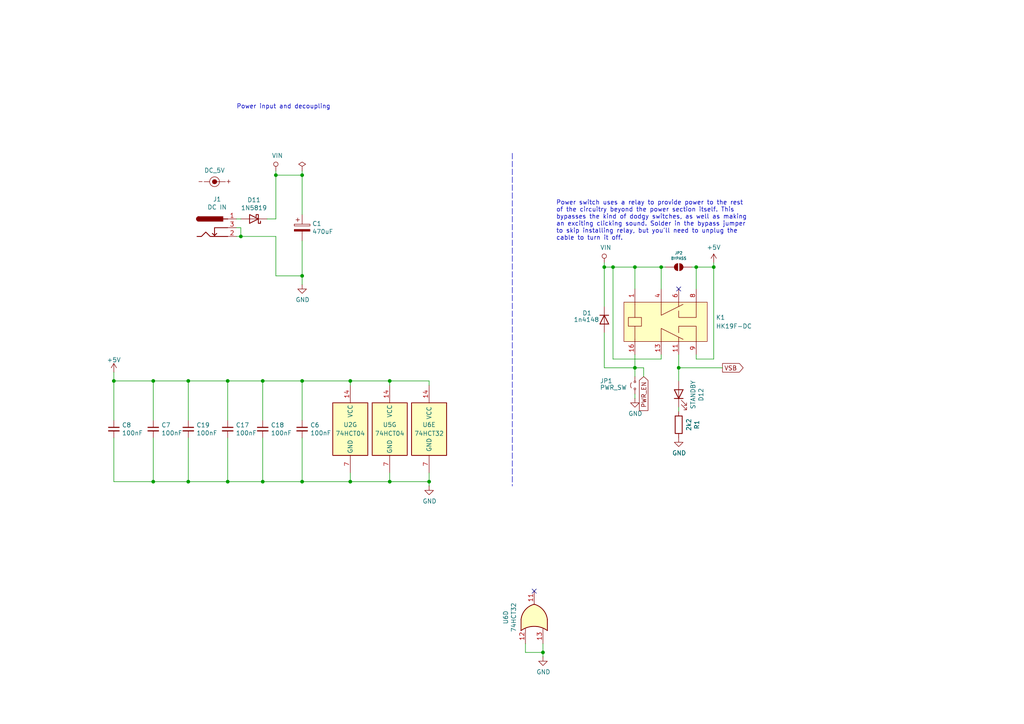
<source format=kicad_sch>
(kicad_sch (version 20231120) (generator "eeschema") (generator_version "8.0")
  (paper "A4")
  (title_block (title "BulkyModem Module (Power)"))
  (lib_symbols
    (symbol "74xx:74HCT04"
      (property "Reference" "U" (at 0 1.27 0))
      (property "Value" "74HCT04" (at 0 -1.27 0))
      (symbol "74HCT04_1_0"
        (polyline (pts (xy -3.81 3.81) (xy -3.81 -3.81) (xy 3.81 0) (xy -3.81 3.81)) (stroke (width 0.254)) (fill (type background)))
        (pin input line (at -7.62 0 0) (length 3.81) (name "~") (number "1"))
        (pin output inverted (at 7.62 0 180) (length 3.81) (name "~") (number "2"))
      )
      (symbol "74HCT04_2_0"
        (polyline (pts (xy -3.81 3.81) (xy -3.81 -3.81) (xy 3.81 0) (xy -3.81 3.81)) (stroke (width 0.254)) (fill (type background)))
        (pin input line (at -7.62 0 0) (length 3.81) (name "~") (number "3"))
        (pin output inverted (at 7.62 0 180) (length 3.81) (name "~") (number "4"))
      )
      (symbol "74HCT04_3_0"
        (polyline (pts (xy -3.81 3.81) (xy -3.81 -3.81) (xy 3.81 0) (xy -3.81 3.81)) (stroke (width 0.254)) (fill (type background)))
        (pin input line (at -7.62 0 0) (length 3.81) (name "~") (number "5"))
        (pin output inverted (at 7.62 0 180) (length 3.81) (name "~") (number "6"))
      )
      (symbol "74HCT04_4_0"
        (polyline (pts (xy -3.81 3.81) (xy -3.81 -3.81) (xy 3.81 0) (xy -3.81 3.81)) (stroke (width 0.254)) (fill (type background)))
        (pin output inverted (at 7.62 0 180) (length 3.81) (name "~") (number "8"))
        (pin input line (at -7.62 0 0) (length 3.81) (name "~") (number "9"))
      )
      (symbol "74HCT04_5_0"
        (polyline (pts (xy -3.81 3.81) (xy -3.81 -3.81) (xy 3.81 0) (xy -3.81 3.81)) (stroke (width 0.254)) (fill (type background)))
        (pin output inverted (at 7.62 0 180) (length 3.81) (name "~") (number "10"))
        (pin input line (at -7.62 0 0) (length 3.81) (name "~") (number "11"))
      )
      (symbol "74HCT04_6_0"
        (polyline (pts (xy -3.81 3.81) (xy -3.81 -3.81) (xy 3.81 0) (xy -3.81 3.81)) (stroke (width 0.254)) (fill (type background)))
        (pin output inverted (at 7.62 0 180) (length 3.81) (name "~") (number "12"))
        (pin input line (at -7.62 0 0) (length 3.81) (name "~") (number "13"))
      )
      (symbol "74HCT04_7_0"
        (pin power_in line (at 0 12.7 270) (length 5.08) (name "VCC") (number "14"))
        (pin power_in line (at 0 -12.7 90) (length 5.08) (name "GND") (number "7"))
      )
      (symbol "74HCT04_7_1"
        (rectangle (start -5.08 7.62) (end 5.08 -7.62) (stroke (width 0.254)) (fill (type background)))
      )
    )
    (symbol "74xx:74LS32" (pin_names (offset 1.016))
      (property "Reference" "U" (at 0 1.27 0))
      (property "Value" "74LS32" (at 0 -1.27 0))
      (symbol "74LS32_1_1"
        (arc (start -3.81 -3.81) (mid -2.589 0) (end -3.81 3.81) (stroke (width 0.254)))
        (arc (start -0.6096 -3.81) (mid 2.1842 -2.5851) (end 3.81 0) (stroke (width 0.254)) (fill (type background)))
        (polyline (pts (xy -3.81 -3.81) (xy -0.635 -3.81)) (stroke (width 0.254)) (fill (type background)))
        (polyline (pts (xy -3.81 3.81) (xy -0.635 3.81)) (stroke (width 0.254)) (fill (type background)))
        (polyline (pts (xy -0.635 3.81) (xy -3.81 3.81) (xy -3.81 3.81) (xy -3.556 3.4036) (xy -3.0226 2.2606) (xy -2.6924 1.0414) (xy -2.6162 -0.254) (xy -2.7686 -1.4986) (xy -3.175 -2.7178) (xy -3.81 -3.81) (xy -3.81 -3.81) (xy -0.635 -3.81)) (stroke (width -25.4)) (fill (type background)))
        (arc (start 3.81 0) (mid 2.1915 2.5936) (end -0.6096 3.81) (stroke (width 0.254)) (fill (type background)))
        (pin input line (at -7.62 2.54 0) (length 4.318) (name "~") (number "1"))
        (pin input line (at -7.62 -2.54 0) (length 4.318) (name "~") (number "2"))
        (pin output line (at 7.62 0 180) (length 3.81) (name "~") (number "3"))
      )
      (symbol "74LS32_1_2"
        (arc (start 0 -3.81) (mid 3.7934 0) (end 0 3.81) (stroke (width 0.254)) (fill (type background)))
        (polyline (pts (xy 0 3.81) (xy -3.81 3.81) (xy -3.81 -3.81) (xy 0 -3.81)) (stroke (width 0.254)) (fill (type background)))
        (pin input inverted (at -7.62 2.54 0) (length 3.81) (name "~") (number "1"))
        (pin input inverted (at -7.62 -2.54 0) (length 3.81) (name "~") (number "2"))
        (pin output inverted (at 7.62 0 180) (length 3.81) (name "~") (number "3"))
      )
      (symbol "74LS32_2_1"
        (arc (start -3.81 -3.81) (mid -2.589 0) (end -3.81 3.81) (stroke (width 0.254)))
        (arc (start -0.6096 -3.81) (mid 2.1842 -2.5851) (end 3.81 0) (stroke (width 0.254)) (fill (type background)))
        (polyline (pts (xy -3.81 -3.81) (xy -0.635 -3.81)) (stroke (width 0.254)) (fill (type background)))
        (polyline (pts (xy -3.81 3.81) (xy -0.635 3.81)) (stroke (width 0.254)) (fill (type background)))
        (polyline (pts (xy -0.635 3.81) (xy -3.81 3.81) (xy -3.81 3.81) (xy -3.556 3.4036) (xy -3.0226 2.2606) (xy -2.6924 1.0414) (xy -2.6162 -0.254) (xy -2.7686 -1.4986) (xy -3.175 -2.7178) (xy -3.81 -3.81) (xy -3.81 -3.81) (xy -0.635 -3.81)) (stroke (width -25.4)) (fill (type background)))
        (arc (start 3.81 0) (mid 2.1915 2.5936) (end -0.6096 3.81) (stroke (width 0.254)) (fill (type background)))
        (pin input line (at -7.62 2.54 0) (length 4.318) (name "~") (number "4"))
        (pin input line (at -7.62 -2.54 0) (length 4.318) (name "~") (number "5"))
        (pin output line (at 7.62 0 180) (length 3.81) (name "~") (number "6"))
      )
      (symbol "74LS32_2_2"
        (arc (start 0 -3.81) (mid 3.7934 0) (end 0 3.81) (stroke (width 0.254)) (fill (type background)))
        (polyline (pts (xy 0 3.81) (xy -3.81 3.81) (xy -3.81 -3.81) (xy 0 -3.81)) (stroke (width 0.254)) (fill (type background)))
        (pin input inverted (at -7.62 2.54 0) (length 3.81) (name "~") (number "4"))
        (pin input inverted (at -7.62 -2.54 0) (length 3.81) (name "~") (number "5"))
        (pin output inverted (at 7.62 0 180) (length 3.81) (name "~") (number "6"))
      )
      (symbol "74LS32_3_1"
        (arc (start -3.81 -3.81) (mid -2.589 0) (end -3.81 3.81) (stroke (width 0.254)))
        (arc (start -0.6096 -3.81) (mid 2.1842 -2.5851) (end 3.81 0) (stroke (width 0.254)) (fill (type background)))
        (polyline (pts (xy -3.81 -3.81) (xy -0.635 -3.81)) (stroke (width 0.254)) (fill (type background)))
        (polyline (pts (xy -3.81 3.81) (xy -0.635 3.81)) (stroke (width 0.254)) (fill (type background)))
        (polyline (pts (xy -0.635 3.81) (xy -3.81 3.81) (xy -3.81 3.81) (xy -3.556 3.4036) (xy -3.0226 2.2606) (xy -2.6924 1.0414) (xy -2.6162 -0.254) (xy -2.7686 -1.4986) (xy -3.175 -2.7178) (xy -3.81 -3.81) (xy -3.81 -3.81) (xy -0.635 -3.81)) (stroke (width -25.4)) (fill (type background)))
        (arc (start 3.81 0) (mid 2.1915 2.5936) (end -0.6096 3.81) (stroke (width 0.254)) (fill (type background)))
        (pin input line (at -7.62 -2.54 0) (length 4.318) (name "~") (number "10"))
        (pin output line (at 7.62 0 180) (length 3.81) (name "~") (number "8"))
        (pin input line (at -7.62 2.54 0) (length 4.318) (name "~") (number "9"))
      )
      (symbol "74LS32_3_2"
        (arc (start 0 -3.81) (mid 3.7934 0) (end 0 3.81) (stroke (width 0.254)) (fill (type background)))
        (polyline (pts (xy 0 3.81) (xy -3.81 3.81) (xy -3.81 -3.81) (xy 0 -3.81)) (stroke (width 0.254)) (fill (type background)))
        (pin input inverted (at -7.62 -2.54 0) (length 3.81) (name "~") (number "10"))
        (pin output inverted (at 7.62 0 180) (length 3.81) (name "~") (number "8"))
        (pin input inverted (at -7.62 2.54 0) (length 3.81) (name "~") (number "9"))
      )
      (symbol "74LS32_4_1"
        (arc (start -3.81 -3.81) (mid -2.589 0) (end -3.81 3.81) (stroke (width 0.254)))
        (arc (start -0.6096 -3.81) (mid 2.1842 -2.5851) (end 3.81 0) (stroke (width 0.254)) (fill (type background)))
        (polyline (pts (xy -3.81 -3.81) (xy -0.635 -3.81)) (stroke (width 0.254)) (fill (type background)))
        (polyline (pts (xy -3.81 3.81) (xy -0.635 3.81)) (stroke (width 0.254)) (fill (type background)))
        (polyline (pts (xy -0.635 3.81) (xy -3.81 3.81) (xy -3.81 3.81) (xy -3.556 3.4036) (xy -3.0226 2.2606) (xy -2.6924 1.0414) (xy -2.6162 -0.254) (xy -2.7686 -1.4986) (xy -3.175 -2.7178) (xy -3.81 -3.81) (xy -3.81 -3.81) (xy -0.635 -3.81)) (stroke (width -25.4)) (fill (type background)))
        (arc (start 3.81 0) (mid 2.1915 2.5936) (end -0.6096 3.81) (stroke (width 0.254)) (fill (type background)))
        (pin output line (at 7.62 0 180) (length 3.81) (name "~") (number "11"))
        (pin input line (at -7.62 2.54 0) (length 4.318) (name "~") (number "12"))
        (pin input line (at -7.62 -2.54 0) (length 4.318) (name "~") (number "13"))
      )
      (symbol "74LS32_4_2"
        (arc (start 0 -3.81) (mid 3.7934 0) (end 0 3.81) (stroke (width 0.254)) (fill (type background)))
        (polyline (pts (xy 0 3.81) (xy -3.81 3.81) (xy -3.81 -3.81) (xy 0 -3.81)) (stroke (width 0.254)) (fill (type background)))
        (pin output inverted (at 7.62 0 180) (length 3.81) (name "~") (number "11"))
        (pin input inverted (at -7.62 2.54 0) (length 3.81) (name "~") (number "12"))
        (pin input inverted (at -7.62 -2.54 0) (length 3.81) (name "~") (number "13"))
      )
      (symbol "74LS32_5_0"
        (pin power_in line (at 0 12.7 270) (length 5.08) (name "VCC") (number "14"))
        (pin power_in line (at 0 -12.7 90) (length 5.08) (name "GND") (number "7"))
      )
      (symbol "74LS32_5_1"
        (rectangle (start -5.08 7.62) (end 5.08 -7.62) (stroke (width 0.254)) (fill (type background)))
      )
    )
    (symbol "BulkyModem:DC_5V" (pin_names (offset 1.016))
      (property "Reference" "SYM" (at 0 4.445 0))
      (property "Value" "DC_5V" (at 0 2.54 0))
      (symbol "DC_5V_0_0"
        (text "+" (at 4.064 0.1524 0) (effects (font (size 1.27 1.27))))
      )
      (symbol "DC_5V_0_1"
        (circle (center 0 0) (radius 0.635) (fill (type outline)))
        (circle (center 0 0) (radius 1.4224))
        (rectangle (start 0.635 0) (end 3.175 0))
      )
      (symbol "DC_5V_1_1"
        (polyline (pts (xy -1.4224 0) (xy -3.048 0)))
        (text "-" (at -4.064 0.127 0) (effects (font (size 1.27 1.27))))
      )
    )
    (symbol "Device:C_Polarized" (pin_numbers hide) (pin_names (offset 0.254))
      (property "Reference" "C" (at 0.635 2.54 0))
      (property "Value" "C_Polarized" (at 0.635 -2.54 0))
      (symbol "C_Polarized_0_1"
        (rectangle (start -2.286 0.508) (end 2.286 1.016))
        (polyline (pts (xy -1.778 2.286) (xy -0.762 2.286)))
        (polyline (pts (xy -1.27 2.794) (xy -1.27 1.778)))
        (rectangle (start 2.286 -0.508) (end -2.286 -1.016) (fill (type outline)))
      )
      (symbol "C_Polarized_1_1"
        (pin passive line (at 0 3.81 270) (length 2.794) (name "~") (number "1"))
        (pin passive line (at 0 -3.81 90) (length 2.794) (name "~") (number "2"))
      )
    )
    (symbol "Device:C_Small" (pin_numbers hide) (pin_names (offset 0.254) hide)
      (property "Reference" "C" (at 0.254 1.778 0))
      (property "Value" "C_Small" (at 0.254 -2.032 0))
      (symbol "C_Small_0_1"
        (polyline (pts (xy -1.524 -0.508) (xy 1.524 -0.508)) (stroke (width 0.3302)))
        (polyline (pts (xy -1.524 0.508) (xy 1.524 0.508)) (stroke (width 0.3048)))
      )
      (symbol "C_Small_1_1"
        (pin passive line (at 0 2.54 270) (length 2.032) (name "~") (number "1"))
        (pin passive line (at 0 -2.54 90) (length 2.032) (name "~") (number "2"))
      )
    )
    (symbol "Device:D" (pin_numbers hide) (pin_names (offset 1.016) hide)
      (property "Reference" "D" (at 0 2.54 0))
      (property "Value" "D" (at 0 -2.54 0))
      (symbol "D_0_1"
        (polyline (pts (xy -1.27 1.27) (xy -1.27 -1.27)) (stroke (width 0.254)))
        (polyline (pts (xy 1.27 0) (xy -1.27 0)))
        (polyline (pts (xy 1.27 1.27) (xy 1.27 -1.27) (xy -1.27 0) (xy 1.27 1.27)) (stroke (width 0.254)))
      )
      (symbol "D_1_1"
        (pin passive line (at -3.81 0 0) (length 2.54) (name "K") (number "1"))
        (pin passive line (at 3.81 0 180) (length 2.54) (name "A") (number "2"))
      )
    )
    (symbol "Device:LED" (pin_numbers hide) (pin_names (offset 1.016) hide)
      (property "Reference" "D" (at 0 2.54 0))
      (property "Value" "LED" (at 0 -2.54 0))
      (symbol "LED_0_1"
        (polyline (pts (xy -1.27 -1.27) (xy -1.27 1.27)) (stroke (width 0.254)))
        (polyline (pts (xy -1.27 0) (xy 1.27 0)))
        (polyline (pts (xy 1.27 -1.27) (xy 1.27 1.27) (xy -1.27 0) (xy 1.27 -1.27)) (stroke (width 0.254)))
        (polyline (pts (xy -3.048 -0.762) (xy -4.572 -2.286) (xy -3.81 -2.286) (xy -4.572 -2.286) (xy -4.572 -1.524)))
        (polyline (pts (xy -1.778 -0.762) (xy -3.302 -2.286) (xy -2.54 -2.286) (xy -3.302 -2.286) (xy -3.302 -1.524)))
      )
      (symbol "LED_1_1"
        (pin passive line (at -3.81 0 0) (length 2.54) (name "K") (number "1"))
        (pin passive line (at 3.81 0 180) (length 2.54) (name "A") (number "2"))
      )
    )
    (symbol "Device:R" (pin_numbers hide) (pin_names (offset 0))
      (property "Reference" "R" (at 2.032 0 90))
      (property "Value" "R" (at 0 0 90))
      (symbol "R_0_1"
        (rectangle (start -1.016 -2.54) (end 1.016 2.54) (stroke (width 0.254)))
      )
      (symbol "R_1_1"
        (pin passive line (at 0 3.81 270) (length 1.27) (name "~") (number "1"))
        (pin passive line (at 0 -3.81 90) (length 1.27) (name "~") (number "2"))
      )
    )
    (symbol "Diode:1N5819" (pin_numbers hide) (pin_names (offset 1.016) hide)
      (property "Reference" "D" (at 0 2.54 0))
      (property "Value" "1N5819" (at 0 -2.54 0))
      (symbol "1N5819_0_1"
        (polyline (pts (xy 1.27 0) (xy -1.27 0)))
        (polyline (pts (xy 1.27 1.27) (xy 1.27 -1.27) (xy -1.27 0) (xy 1.27 1.27)) (stroke (width 0.254)))
        (polyline (pts (xy -1.905 0.635) (xy -1.905 1.27) (xy -1.27 1.27) (xy -1.27 -1.27) (xy -0.635 -1.27) (xy -0.635 -0.635)) (stroke (width 0.254)))
      )
      (symbol "1N5819_1_1"
        (pin passive line (at -3.81 0 0) (length 2.54) (name "K") (number "1"))
        (pin passive line (at 3.81 0 180) (length 2.54) (name "A") (number "2"))
      )
    )
    (symbol "Jumper:Jumper_2_Small_Open" (pin_numbers hide) (pin_names (offset 0) hide) (exclude_from_sim yes)
      (property "Reference" "JP" (at 0 2.794 0))
      (property "Value" "Jumper_2_Small_Open" (at 0 -2.286 0))
      (symbol "Jumper_2_Small_Open_0_0"
        (circle (center -1.016 0) (radius 0.254))
        (circle (center 1.016 0) (radius 0.254))
      )
      (symbol "Jumper_2_Small_Open_0_1"
        (arc (start 0.762 1.0196) (mid 0 1.2729) (end -0.762 1.0196))
      )
      (symbol "Jumper_2_Small_Open_1_1"
        (pin passive line (at -2.54 0 0) (length 1.27) (name "A") (number "1"))
        (pin passive line (at 2.54 0 180) (length 1.27) (name "B") (number "2"))
      )
    )
    (symbol "Jumper:SolderJumper_2_Open" (pin_numbers hide) (pin_names (offset 0) hide) (exclude_from_sim yes) (in_bom no)
      (property "Reference" "JP" (at 0 2.032 0))
      (property "Value" "SolderJumper_2_Open" (at 0 -2.54 0))
      (symbol "SolderJumper_2_Open_0_1"
        (arc (start -0.254 1.016) (mid -1.2656 0) (end -0.254 -1.016))
        (arc (start -0.254 1.016) (mid -1.2656 0) (end -0.254 -1.016) (fill (type outline)))
        (polyline (pts (xy -0.254 1.016) (xy -0.254 -1.016)))
        (polyline (pts (xy 0.254 1.016) (xy 0.254 -1.016)))
        (arc (start 0.254 -1.016) (mid 1.2656 0) (end 0.254 1.016))
        (arc (start 0.254 -1.016) (mid 1.2656 0) (end 0.254 1.016) (fill (type outline)))
      )
      (symbol "SolderJumper_2_Open_1_1"
        (pin passive line (at -3.81 0 0) (length 2.54) (name "A") (number "1"))
        (pin passive line (at 3.81 0 180) (length 2.54) (name "B") (number "2"))
      )
    )
    (symbol "barrel_jack:Jack-DC" (pin_names (offset 1.016))
      (property "Reference" "J" (at 0 5.334 0))
      (property "Value" "Jack-DC" (at 0 -4.445 0))
      (symbol "Jack-DC_0_1"
        (arc (start -3.302 3.175) (mid -3.937 2.54) (end -3.302 1.905) (stroke (width 0.254)))
        (arc (start -3.302 3.175) (mid -3.937 2.54) (end -3.302 1.905) (stroke (width 0.254)) (fill (type outline)))
        (polyline (pts (xy 1.27 -2.286) (xy 1.905 -1.651)) (stroke (width 0.254)))
        (polyline (pts (xy 5.08 2.54) (xy 3.81 2.54)) (stroke (width 0.254)))
        (polyline (pts (xy 5.08 0) (xy 1.27 0) (xy 1.27 -2.286) (xy 0.635 -1.651)) (stroke (width 0.254)))
        (polyline (pts (xy -3.81 -2.54) (xy -2.54 -2.54) (xy -1.27 -1.27) (xy 0 -2.54) (xy 2.54 -2.54) (xy 5.08 -2.54)) (stroke (width 0.254)))
        (rectangle (start 3.683 3.175) (end -3.302 1.905) (stroke (width 0.254)) (fill (type outline)))
      )
      (symbol "Jack-DC_1_1"
        (pin power_out line (at 7.62 2.54 180) (length 2.54) (name "~") (number "1"))
        (pin power_out line (at 7.62 -2.54 180) (length 2.54) (name "~") (number "2"))
        (pin passive line (at 7.62 0 180) (length 2.54) (name "~") (number "3"))
      )
    )
    (symbol "barrel_jack:VIN" (power) (pin_names (offset 0))
      (property "Value" "VIN" (at 0 3.81 0))
      (symbol "VIN_0_1"
        (polyline (pts (xy 0 0) (xy 0 1.27)))
        (circle (center 0 1.905) (radius 0.635))
      )
      (symbol "VIN_1_1"
        (pin power_in line (at 0 0 90) (length 0) hide (name "VIN") (number "1"))
      )
    )
    (symbol "hk19f-dc:HK19F-DC" (pin_names (offset 0) hide)
      (property "Reference" "K" (at 22.86 3.81 0))
      (property "Value" "HK19F-DC" (at 27.305 -3.175 0))
      (symbol "HK19F-DC_0_1"
        (polyline (pts (xy 0 -5.715) (xy 0 -5.08)))
        (polyline (pts (xy 0 -5.08) (xy 0 -1.27)))
        (polyline (pts (xy 0 1.27) (xy 0 5.08)))
        (polyline (pts (xy 0 5.08) (xy 0 5.715)))
        (polyline (pts (xy 7.62 -5.08) (xy 7.62 -5.715)))
        (polyline (pts (xy 7.62 5.08) (xy 7.62 5.715)))
        (polyline (pts (xy 12.7 -5.08) (xy 12.7 -5.715)))
        (polyline (pts (xy 12.7 -5.08) (xy 12.7 -4.445)))
        (polyline (pts (xy 12.7 5.08) (xy 12.7 4.445)))
        (polyline (pts (xy 12.7 5.08) (xy 12.7 5.715)))
        (polyline (pts (xy 17.78 -5.08) (xy 17.78 -5.715)))
        (polyline (pts (xy 17.78 5.08) (xy 17.78 5.715)))
        (polyline (pts (xy 13.97 -5.08) (xy 7.62 -1.905) (xy 7.62 -5.08)))
        (polyline (pts (xy 13.97 5.08) (xy 7.62 1.905) (xy 7.62 5.08)))
        (polyline (pts (xy 12.7 -3.175) (xy 12.7 -1.27) (xy 17.78 -1.27) (xy 17.78 -5.08)))
        (polyline (pts (xy 17.78 5.08) (xy 17.78 1.27) (xy 12.7 1.27) (xy 12.7 3.175)))
        (rectangle (start 1.905 1.27) (end -1.905 -1.27))
        (rectangle (start 20.955 5.715) (end -3.175 -5.715) (fill (type background)))
      )
      (symbol "HK19F-DC_1_1"
        (pin power_in line (at 0 9.525 270) (length 3.81) (name "~") (number "1"))
        (pin input line (at 12.7 -9.525 90) (length 3.81) (name "NC_2") (number "11"))
        (pin passive line (at 7.62 -9.525 90) (length 3.81) (name "COM_2") (number "13"))
        (pin passive line (at 0 -9.525 90) (length 3.81) (name "~") (number "16"))
        (pin power_in line (at 7.62 9.525 270) (length 3.81) (name "COM_1") (number "4"))
        (pin input line (at 12.7 9.525 270) (length 3.81) (name "NC_1") (number "6"))
        (pin power_out line (at 17.78 9.525 270) (length 3.81) (name "NO_1") (number "8"))
        (pin input line (at 17.78 -9.525 90) (length 3.81) (name "NO_2") (number "9"))
      )
    )
    (symbol "power:+5V" (power) (pin_numbers hide) (pin_names (offset 0) hide)
      (property "Value" "+5V" (at 0 3.556 0))
      (symbol "+5V_0_1"
        (polyline (pts (xy -0.762 1.27) (xy 0 2.54)))
        (polyline (pts (xy 0 0) (xy 0 2.54)))
        (polyline (pts (xy 0 2.54) (xy 0.762 1.27)))
      )
      (symbol "+5V_1_1"
        (pin power_in line (at 0 0 90) (length 0) (name "~") (number "1"))
      )
    )
    (symbol "power:GND" (power) (pin_numbers hide) (pin_names (offset 0) hide)
      (property "Value" "GND" (at 0 -3.81 0))
      (symbol "GND_0_1"
        (polyline (pts (xy 0 0) (xy 0 -1.27) (xy 1.27 -1.27) (xy 0 -2.54) (xy -1.27 -1.27) (xy 0 -1.27)))
      )
      (symbol "GND_1_1"
        (pin power_in line (at 0 0 270) (length 0) (name "~") (number "1"))
      )
    )
    (symbol "power:PWR_FLAG" (power) (pin_numbers hide) (pin_names (offset 0) hide)
      (property "Value" "PWR_FLAG" (at 0 3.81 0))
      (symbol "PWR_FLAG_0_0"
        (pin power_out line (at 0 0 90) (length 0) (name "~") (number "1"))
      )
      (symbol "PWR_FLAG_0_1"
        (polyline (pts (xy 0 0) (xy 0 1.27) (xy -1.016 1.905) (xy 0 2.54) (xy 1.016 1.905) (xy 0 1.27)))
      )
    )
  )
  (junction (at 184.15 77.47))
  (junction (at 66.04 139.7))
  (junction (at 44.45 110.49))
  (junction (at 76.2 139.7))
  (junction (at 191.77 77.47))
  (junction (at 101.6 110.49))
  (junction (at 124.46 139.7))
  (junction (at 177.8 77.47))
  (junction (at 196.85 106.68))
  (junction (at 157.48 189.23))
  (junction (at 76.2 110.49))
  (junction (at 44.45 139.7))
  (junction (at 113.03 110.49))
  (junction (at 54.61 110.49))
  (junction (at 54.61 139.7))
  (junction (at 87.63 139.7))
  (junction (at 87.63 50.8))
  (junction (at 101.6 139.7))
  (junction (at 80.01 50.8))
  (junction (at 69.85 68.58))
  (junction (at 87.63 110.49))
  (junction (at 184.15 106.68))
  (junction (at 201.93 77.47))
  (junction (at 33.02 110.49))
  (junction (at 66.04 110.49))
  (junction (at 87.63 80.01))
  (junction (at 113.03 139.7))
  (junction (at 207.01 77.47))
  (junction (at 175.26 77.47))
  (no_connect (at 154.94 171.45))
  (no_connect (at 196.85 83.82))
  (wire (pts (xy 201.93 104.14) (xy 201.93 102.87)))
  (wire (pts (xy 87.63 69.85) (xy 87.63 80.01)))
  (wire (pts (xy 44.45 139.7) (xy 54.61 139.7)))
  (wire (pts (xy 44.45 110.49) (xy 33.02 110.49)))
  (wire (pts (xy 113.03 110.49) (xy 113.03 111.76)))
  (wire (pts (xy 80.01 63.5) (xy 77.47 63.5)))
  (wire (pts (xy 76.2 139.7) (xy 87.63 139.7)))
  (wire (pts (xy 66.04 110.49) (xy 66.04 121.92)))
  (wire (pts (xy 87.63 80.01) (xy 87.63 82.55)))
  (wire (pts (xy 87.63 80.01) (xy 80.01 80.01)))
  (wire (pts (xy 33.02 110.49) (xy 33.02 121.92)))
  (wire (pts (xy 175.26 96.52) (xy 175.26 106.68)))
  (wire (pts (xy 191.77 77.47) (xy 193.04 77.47)))
  (wire (pts (xy 33.02 127) (xy 33.02 139.7)))
  (wire (pts (xy 44.45 110.49) (xy 54.61 110.49)))
  (wire (pts (xy 76.2 110.49) (xy 76.2 121.92)))
  (wire (pts (xy 80.01 68.58) (xy 80.01 80.01)))
  (wire (pts (xy 44.45 127) (xy 44.45 139.7)))
  (wire (pts (xy 177.8 104.14) (xy 191.77 104.14)))
  (wire (pts (xy 80.01 49.53) (xy 80.01 50.8)))
  (wire (pts (xy 33.02 107.95) (xy 33.02 110.49)))
  (wire (pts (xy 196.85 119.38) (xy 196.85 118.11)))
  (wire (pts (xy 186.69 106.68) (xy 186.69 109.22)))
  (wire (pts (xy 157.48 186.69) (xy 157.48 189.23)))
  (wire (pts (xy 175.26 77.47) (xy 175.26 88.9)))
  (wire (pts (xy 76.2 110.49) (xy 87.63 110.49)))
  (wire (pts (xy 69.85 68.58) (xy 69.85 66.04)))
  (wire (pts (xy 101.6 110.49) (xy 113.03 110.49)))
  (wire (pts (xy 124.46 140.97) (xy 124.46 139.7)))
  (wire (pts (xy 201.93 77.47) (xy 207.01 77.47)))
  (wire (pts (xy 54.61 110.49) (xy 66.04 110.49)))
  (wire (pts (xy 175.26 106.68) (xy 184.15 106.68)))
  (wire (pts (xy 66.04 139.7) (xy 76.2 139.7)))
  (wire (pts (xy 200.66 77.47) (xy 201.93 77.47)))
  (wire (pts (xy 68.58 63.5) (xy 69.85 63.5)))
  (wire (pts (xy 152.4 186.69) (xy 152.4 189.23)))
  (wire (pts (xy 196.85 106.68) (xy 196.85 102.87)))
  (wire (pts (xy 87.63 139.7) (xy 101.6 139.7)))
  (wire (pts (xy 76.2 127) (xy 76.2 139.7)))
  (wire (pts (xy 184.15 77.47) (xy 177.8 77.47)))
  (wire (pts (xy 184.15 77.47) (xy 191.77 77.47)))
  (wire (pts (xy 76.2 110.49) (xy 66.04 110.49)))
  (wire (pts (xy 44.45 110.49) (xy 44.45 121.92)))
  (wire (pts (xy 101.6 110.49) (xy 87.63 110.49)))
  (wire (pts (xy 54.61 139.7) (xy 66.04 139.7)))
  (wire (pts (xy 124.46 110.49) (xy 124.46 111.76)))
  (wire (pts (xy 175.26 76.2) (xy 175.26 77.47)))
  (wire (pts (xy 113.03 137.16) (xy 113.03 139.7)))
  (wire (pts (xy 184.15 106.68) (xy 184.15 109.22)))
  (wire (pts (xy 54.61 110.49) (xy 54.61 121.92)))
  (wire (pts (xy 201.93 77.47) (xy 201.93 83.82)))
  (wire (pts (xy 207.01 104.14) (xy 201.93 104.14)))
  (wire (pts (xy 87.63 49.53) (xy 87.63 50.8)))
  (wire (pts (xy 101.6 110.49) (xy 101.6 111.76)))
  (wire (pts (xy 68.58 68.58) (xy 69.85 68.58)))
  (wire (pts (xy 68.58 66.04) (xy 69.85 66.04)))
  (wire (pts (xy 87.63 127) (xy 87.63 139.7)))
  (wire (pts (xy 184.15 114.3) (xy 184.15 115.57)))
  (wire (pts (xy 191.77 102.87) (xy 191.77 104.14)))
  (wire (pts (xy 87.63 50.8) (xy 87.63 62.23)))
  (wire (pts (xy 33.02 139.7) (xy 44.45 139.7)))
  (wire (pts (xy 184.15 77.47) (xy 184.15 83.82)))
  (polyline (pts (xy 148.59 44.45) (xy 148.59 140.97)) (stroke (width 0) (type dash)))
  (wire (pts (xy 124.46 137.16) (xy 124.46 139.7)))
  (wire (pts (xy 184.15 106.68) (xy 186.69 106.68)))
  (wire (pts (xy 113.03 110.49) (xy 124.46 110.49)))
  (wire (pts (xy 113.03 139.7) (xy 101.6 139.7)))
  (wire (pts (xy 66.04 127) (xy 66.04 139.7)))
  (wire (pts (xy 207.01 76.2) (xy 207.01 77.47)))
  (wire (pts (xy 69.85 68.58) (xy 80.01 68.58)))
  (wire (pts (xy 80.01 50.8) (xy 87.63 50.8)))
  (wire (pts (xy 191.77 77.47) (xy 191.77 83.82)))
  (wire (pts (xy 157.48 189.23) (xy 157.48 190.5)))
  (wire (pts (xy 80.01 50.8) (xy 80.01 63.5)))
  (wire (pts (xy 177.8 77.47) (xy 177.8 104.14)))
  (wire (pts (xy 87.63 110.49) (xy 87.63 121.92)))
  (wire (pts (xy 101.6 139.7) (xy 101.6 137.16)))
  (wire (pts (xy 207.01 77.47) (xy 207.01 104.14)))
  (wire (pts (xy 196.85 110.49) (xy 196.85 106.68)))
  (wire (pts (xy 124.46 139.7) (xy 113.03 139.7)))
  (wire (pts (xy 157.48 189.23) (xy 152.4 189.23)))
  (wire (pts (xy 196.85 106.68) (xy 209.55 106.68)))
  (wire (pts (xy 54.61 127) (xy 54.61 139.7)))
  (wire (pts (xy 184.15 102.87) (xy 184.15 106.68)))
  (wire (pts (xy 177.8 77.47) (xy 175.26 77.47)))
  (text "Power switch uses a relay to provide power to the rest\nof the circuitry beyond the power section itself. This\nbypasses the kind of dodgy switches, as well as making\nan exciting clicking sound. Solder in the bypass jumper\nto skip installing relay, but you'll need to unplug the\ncable to turn it off." (at 161.29 69.85 0) (effects (font (size 1.27 1.27)) (justify left bottom)))
  (text "Power input and decoupling" (at 68.58 31.75 0) (effects (font (size 1.27 1.27)) (justify left bottom)))
  (global_label "PWR_EN" (shape input) (at 186.69 109.22 270) (property "Intersheetrefs" "${INTERSHEET_REFS}" (effects (hide yes))))
  (global_label "VSB" (shape output) (at 209.55 106.68 0) (property "Intersheetrefs" "${INTERSHEET_REFS}" (effects (hide yes))))
  (symbol (lib_id "Device:C_Small") (at 76.2 124.46 0) (unit 1)
    (property "Reference" "C18" (at 78.5368 123.2916 0) (effects (justify left)))
    (property "Value" "100nF" (at 78.5368 125.603 0) (effects (justify left)))
    (property "Footprint" "Capacitor_THT:C_Disc_D4.7mm_W2.5mm_P5.00mm" (effects (hide yes)))
    (property "Description" "Unpolarized capacitor, small symbol" (effects (hide yes)))
  )
  (symbol (lib_id "Device:C_Small") (at 66.04 124.46 0) (unit 1)
    (property "Reference" "C17" (at 68.3768 123.2916 0) (effects (justify left)))
    (property "Value" "100nF" (at 68.3768 125.603 0) (effects (justify left)))
    (property "Footprint" "Capacitor_THT:C_Disc_D4.7mm_W2.5mm_P5.00mm" (effects (hide yes)))
    (property "Description" "Unpolarized capacitor, small symbol" (effects (hide yes)))
  )
  (symbol (lib_id "Device:C_Small") (at 54.61 124.46 0) (unit 1)
    (property "Reference" "C19" (at 56.9468 123.2916 0) (effects (justify left)))
    (property "Value" "100nF" (at 56.9468 125.603 0) (effects (justify left)))
    (property "Footprint" "Capacitor_THT:C_Disc_D4.7mm_W2.5mm_P5.00mm" (effects (hide yes)))
    (property "Description" "Unpolarized capacitor, small symbol" (effects (hide yes)))
  )
  (symbol (lib_id "74xx:74HCT04") (at 113.03 124.46 0) (unit 7)
    (property "Reference" "U5" (at 113.03 123.19 0))
    (property "Value" "74HCT04" (at 113.03 125.73 0))
    (property "Footprint" "Package_DIP:DIP-14_W7.62mm_Socket_LongPads" (effects (hide yes)))
    (property "Datasheet" "https://assets.nexperia.com/documents/data-sheet/74HC_HCT04.pdf" (effects (hide yes)))
    (property "Description" "Hex Inverter" (effects (hide yes)))
  )
  (symbol (lib_id "power:GND") (at 157.48 190.5 0) (unit 1)
    (property "Reference" "#PWR0105" (effects (hide yes)))
    (property "Value" "GND" (at 157.607 194.8942 0))
    (property "Description" "Power symbol creates a global label with name \"GND\" , ground" (effects (hide yes)))
  )
  (symbol (lib_id "Device:C_Small") (at 44.45 124.46 0) (unit 1)
    (property "Reference" "C7" (at 46.7868 123.2916 0) (effects (justify left)))
    (property "Value" "100nF" (at 46.7868 125.603 0) (effects (justify left)))
    (property "Footprint" "Capacitor_THT:C_Disc_D4.7mm_W2.5mm_P5.00mm" (effects (hide yes)))
    (property "Description" "Unpolarized capacitor, small symbol" (effects (hide yes)))
  )
  (symbol (lib_id "hk19f-dc:HK19F-DC") (at 184.15 93.345 0) (unit 1)
    (property "Reference" "K1" (at 207.645 92.075 0) (effects (justify left)))
    (property "Value" "HK19F-DC" (at 207.645 94.615 0) (effects (justify left)))
    (property "Footprint" "HK19F-DC:HK19F-DC" (effects (hide yes)))
  )
  (symbol (lib_id "power:+5V") (at 207.01 76.2 0) (unit 1)
    (property "Reference" "#PWR0101" (effects (hide yes)))
    (property "Value" "+5V" (at 207.01 71.755 0))
    (property "Description" "Power symbol creates a global label with name \"+5V\"" (effects (hide yes)))
  )
  (symbol (lib_id "Device:D") (at 175.26 92.71 270) (unit 1)
    (property "Reference" "D1" (at 168.91 90.805 90) (effects (justify left)))
    (property "Value" "1n4148" (at 166.37 92.71 90) (effects (justify left)))
    (property "Footprint" "Diode_THT:D_DO-35_SOD27_P7.62mm_Horizontal" (effects (hide yes)))
    (property "Description" "Diode" (effects (hide yes)))
    (property "Sim.Device" "D" (effects (hide yes)))
    (property "Sim.Pins" "1=K 2=A" (effects (hide yes)))
  )
  (symbol (lib_id "Jumper:SolderJumper_2_Open") (at 196.85 77.47 0) (unit 1)
    (property "Reference" "JP2" (at 196.85 73.3806 0) (effects (font (size 0.7874 0.7874))))
    (property "Value" "BYPASS" (at 196.85 74.9554 0) (effects (font (size 0.7874 0.7874))))
    (property "Footprint" "solder_bridge:SolderJumper-2_P1.3mm_Open_Pad1.0x1.5mm" (effects (hide yes)))
    (property "Description" "Solder Jumper, 2-pole, open" (effects (hide yes)))
  )
  (symbol (lib_id "barrel_jack:VIN") (at 175.26 76.2 0) (unit 1)
    (property "Reference" "#PWR0103" (effects (hide yes)))
    (property "Value" "VIN" (at 175.6918 71.8058 0))
    (property "Description" "Power symbol creates a global label with name \"LINE\"" (effects (hide yes)))
  )
  (symbol (lib_id "power:GND") (at 184.15 115.57 0) (unit 1)
    (property "Reference" "#PWR0106" (effects (hide yes)))
    (property "Value" "GND" (at 184.277 119.9642 0))
    (property "Description" "Power symbol creates a global label with name \"GND\" , ground" (effects (hide yes)))
  )
  (symbol (lib_id "Jumper:Jumper_2_Small_Open") (at 184.15 111.76 90) (unit 1) (exclude_from_sim yes)
    (property "Reference" "JP1" (at 173.99 110.49 90) (effects (justify right)))
    (property "Value" "PWR_SW" (at 173.99 112.395 90) (effects (justify right)))
    (property "Footprint" "Connector_PinHeader_2.54mm:PinHeader_1x02_P2.54mm_Vertical" (effects (hide yes)))
    (property "Description" "Jumper, 2-pole, small symbol, open" (effects (hide yes)))
  )
  (symbol (lib_id "barrel_jack:Jack-DC") (at 60.96 66.04 0) (unit 1)
    (property "Reference" "J1" (at 62.9666 57.785 0))
    (property "Value" "DC IN" (at 62.9666 60.0964 0))
    (property "Footprint" "BulkyModem:BARREL_JACK" (effects (hide yes)))
    (property "Description" "DC Barrel Jack" (effects (hide yes)))
  )
  (symbol (lib_id "power:GND") (at 87.63 82.55 0) (unit 1)
    (property "Reference" "#PWR0108" (effects (hide yes)))
    (property "Value" "GND" (at 87.757 86.9442 0))
    (property "Description" "Power symbol creates a global label with name \"GND\" , ground" (effects (hide yes)))
  )
  (symbol (lib_id "Device:C_Small") (at 87.63 124.46 0) (unit 1)
    (property "Reference" "C6" (at 89.9668 123.2916 0) (effects (justify left)))
    (property "Value" "100nF" (at 89.9668 125.603 0) (effects (justify left)))
    (property "Footprint" "Capacitor_THT:C_Disc_D4.7mm_W2.5mm_P5.00mm" (effects (hide yes)))
    (property "Description" "Unpolarized capacitor, small symbol" (effects (hide yes)))
  )
  (symbol (lib_id "Device:C_Polarized") (at 87.63 66.04 0) (unit 1)
    (property "Reference" "C1" (at 90.551 64.8716 0) (effects (justify left)))
    (property "Value" "470uF" (at 90.551 67.183 0) (effects (justify left)))
    (property "Footprint" "Capacitor_THT:CP_Radial_D8.0mm_P3.50mm" (effects (hide yes)))
    (property "Description" "Polarized capacitor" (effects (hide yes)))
  )
  (symbol (lib_id "power:+5V") (at 33.02 107.95 0) (unit 1)
    (property "Reference" "#PWR0110" (effects (hide yes)))
    (property "Value" "+5V" (at 33.02 104.394 0))
    (property "Description" "Power symbol creates a global label with name \"+5V\"" (effects (hide yes)))
  )
  (symbol (lib_id "power:GND") (at 124.46 140.97 0) (unit 1)
    (property "Reference" "#PWR0133" (effects (hide yes)))
    (property "Value" "GND" (at 124.587 145.3642 0))
    (property "Description" "Power symbol creates a global label with name \"GND\" , ground" (effects (hide yes)))
  )
  (symbol (lib_id "BulkyModem:DC_5V") (at 62.23 52.705 0) (unit 1)
    (property "Reference" "SYM1" (effects (hide yes)))
    (property "Value" "DC_5V" (at 62.23 49.4284 0))
    (property "Footprint" "BulkyModem:PWR_Specification" (effects (hide yes)))
  )
  (symbol (lib_id "barrel_jack:VIN") (at 80.01 49.53 0) (unit 1)
    (property "Reference" "#PWR0134" (effects (hide yes)))
    (property "Value" "VIN" (at 80.4418 45.1358 0))
    (property "Description" "Power symbol creates a global label with name \"LINE\"" (effects (hide yes)))
  )
  (symbol (lib_id "74xx:74HCT04") (at 101.6 124.46 0) (unit 7)
    (property "Reference" "U2" (at 101.6 123.19 0))
    (property "Value" "74HCT04" (at 101.6 125.73 0))
    (property "Footprint" "Package_DIP:DIP-14_W7.62mm_Socket_LongPads" (effects (hide yes)))
    (property "Datasheet" "https://assets.nexperia.com/documents/data-sheet/74HC_HCT04.pdf" (effects (hide yes)))
    (property "Description" "Hex Inverter" (effects (hide yes)))
  )
  (symbol (lib_id "Diode:1N5819") (at 73.66 63.5 180) (unit 1)
    (property "Reference" "D11" (at 73.66 57.9882 0))
    (property "Value" "1N5819" (at 73.66 60.2996 0))
    (property "Footprint" "BulkyModem:D_DO-41_SOD81_P10.16mm_Horizontal" (effects (hide yes)))
    (property "Datasheet" "http://www.vishay.com/docs/88525/1n5817.pdf" (effects (hide yes)))
    (property "Description" "40V 1A Schottky Barrier Rectifier Diode, DO-41" (effects (hide yes)))
  )
  (symbol (lib_id "power:PWR_FLAG") (at 87.63 49.53 0) (unit 1)
    (property "Reference" "#FLG0101" (effects (hide yes)))
    (property "Value" "PWR_FLAG" (effects (hide yes)))
    (property "Description" "Special symbol for telling ERC where power comes from" (effects (hide yes)))
  )
  (symbol (lib_id "74xx:74LS32") (at 124.46 124.46 0) (unit 5)
    (property "Reference" "U6" (at 124.46 123.19 0))
    (property "Value" "74HCT32" (at 124.46 125.73 0))
    (property "Footprint" "Package_DIP:DIP-14_W7.62mm_Socket_LongPads" (effects (hide yes)))
    (property "Datasheet" "http://www.ti.com/lit/gpn/sn74LS32" (effects (hide yes)))
    (property "Description" "Quad 2-input OR" (effects (hide yes)))
  )
  (symbol (lib_id "74xx:74LS32") (at 154.94 179.07 90) (unit 4)
    (property "Reference" "U6" (at 146.685 179.07 0))
    (property "Value" "74HCT32" (at 148.9964 179.07 0))
    (property "Footprint" "Package_DIP:DIP-14_W7.62mm_Socket_LongPads" (effects (hide yes)))
    (property "Datasheet" "http://www.ti.com/lit/gpn/sn74LS32" (effects (hide yes)))
    (property "Description" "Quad 2-input OR" (effects (hide yes)))
  )
  (symbol (lib_id "Device:C_Small") (at 33.02 124.46 0) (unit 1)
    (property "Reference" "C8" (at 35.3568 123.2916 0) (effects (justify left)))
    (property "Value" "100nF" (at 35.3568 125.603 0) (effects (justify left)))
    (property "Footprint" "Capacitor_THT:C_Disc_D4.7mm_W2.5mm_P5.00mm" (effects (hide yes)))
    (property "Description" "Unpolarized capacitor, small symbol" (effects (hide yes)))
  )
  (symbol (lib_id "power:GND") (at 196.85 127 0) (unit 1)
    (property "Reference" "#PWR05" (effects (hide yes)))
    (property "Value" "GND" (at 196.977 131.3942 0))
    (property "Description" "Power symbol creates a global label with name \"GND\" , ground" (effects (hide yes)))
  )
  (symbol (lib_id "Device:R") (at 196.85 123.19 180) (unit 1)
    (property "Reference" "R1" (at 202.1078 123.19 90))
    (property "Value" "2k2" (at 199.7964 123.19 90))
    (property "Footprint" "resistor:R_Axial_DIN0207_L6.3mm_D2.5mm_P10.16mm_Horizontal" (effects (hide yes)))
    (property "Description" "Resistor" (effects (hide yes)))
  )
  (symbol (lib_id "Device:LED") (at 196.85 114.3 90) (unit 1)
    (property "Reference" "D12" (at 203.327 114.4778 0))
    (property "Value" "STANDBY" (at 201.0156 114.4778 0))
    (property "Footprint" "LED_THT:LED_D3.0mm" (effects (hide yes)))
    (property "Description" "Light emitting diode" (effects (hide yes)))
  )
)
</source>
